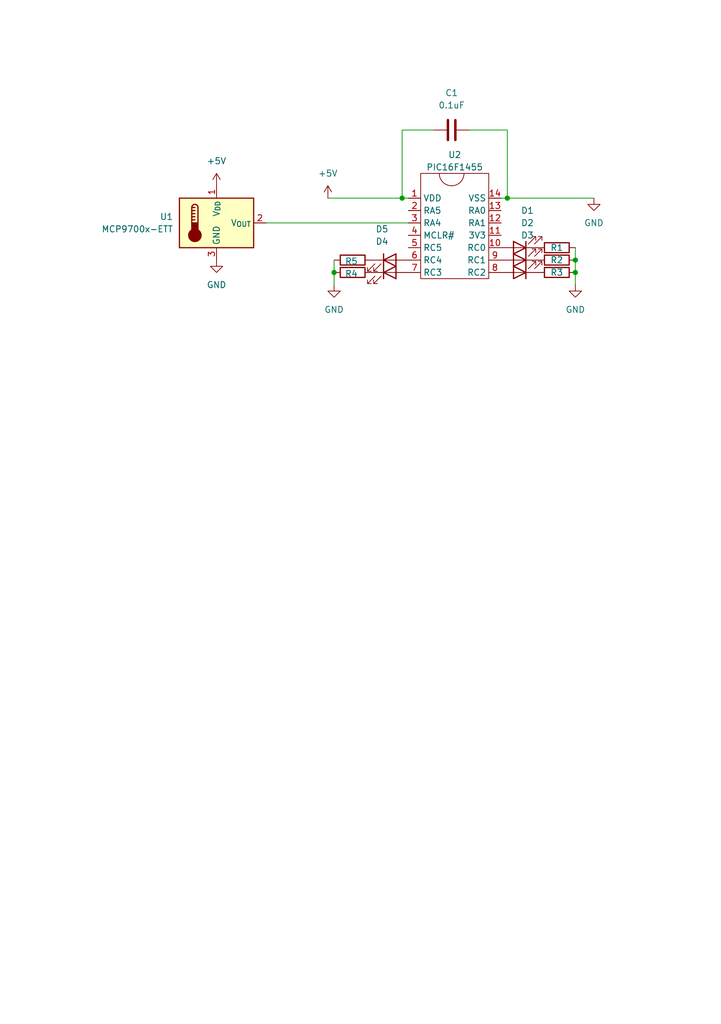
<source format=kicad_sch>
(kicad_sch (version 20231120) (generator "eeschema") (generator_version "8.0")
  (paper "A5" portrait)
  (lib_symbols
    (symbol "0Ore:PIC16F1455"
      (property "Reference" "U" (at 0 0 0))
      (symbol "PIC16F1455_0_1"
        (rectangle (start -7.62 22.86) (end 6.35 1.27))
        (arc (start -3.81 22.86) (mid -3.0661 21.0639) (end -1.27 20.32))
        (arc (start -1.27 20.32) (mid 0.5261 21.0639) (end 1.27 22.86))
      )
      (symbol "PIC16F1455_1_1"
        (pin output line (at -10.16 17.78 0) (length 2.54) (name "VDD") (number "1"))
        (pin bidirectional line (at 8.89 7.62 180) (length 2.54) (name "RC0") (number "10"))
        (pin output line (at 8.89 10.16 180) (length 2.54) (name "3V3") (number "11"))
        (pin bidirectional line (at 8.89 12.7 180) (length 2.54) (name "RA1") (number "12"))
        (pin bidirectional line (at 8.89 15.24 180) (length 2.54) (name "RA0") (number "13"))
        (pin output line (at 8.89 17.78 180) (length 2.54) (name "VSS") (number "14"))
        (pin bidirectional line (at -10.16 15.24 0) (length 2.54) (name "RA5") (number "2"))
        (pin bidirectional line (at -10.16 12.7 0) (length 2.54) (name "RA4") (number "3"))
        (pin input line (at -10.16 10.16 0) (length 2.54) (name "MCLR#") (number "4"))
        (pin bidirectional line (at -10.16 7.62 0) (length 2.54) (name "RC5") (number "5"))
        (pin bidirectional line (at -10.16 5.08 0) (length 2.54) (name "RC4") (number "6"))
        (pin bidirectional line (at -10.16 2.54 0) (length 2.54) (name "RC3") (number "7"))
        (pin bidirectional line (at 8.89 2.54 180) (length 2.54) (name "RC2") (number "8"))
        (pin bidirectional line (at 8.89 5.08 180) (length 2.54) (name "RC1") (number "9"))
      )
    )
    (symbol "Device:C" (pin_numbers hide) (pin_names (offset 0.254))
      (property "Reference" "C" (at 0.635 2.54 0))
      (property "Value" "C" (at 0.635 -2.54 0))
      (symbol "C_0_1"
        (polyline (pts (xy -2.032 -0.762) (xy 2.032 -0.762)) (stroke (width 0.508)))
        (polyline (pts (xy -2.032 0.762) (xy 2.032 0.762)) (stroke (width 0.508)))
      )
      (symbol "C_1_1"
        (pin passive line (at 0 3.81 270) (length 2.794) (name "~") (number "1"))
        (pin passive line (at 0 -3.81 90) (length 2.794) (name "~") (number "2"))
      )
    )
    (symbol "Device:LED" (pin_numbers hide) (pin_names (offset 1.016) hide)
      (property "Reference" "D" (at 0 2.54 0))
      (property "Value" "LED" (at 0 -2.54 0))
      (symbol "LED_0_1"
        (polyline (pts (xy -1.27 -1.27) (xy -1.27 1.27)) (stroke (width 0.254)))
        (polyline (pts (xy -1.27 0) (xy 1.27 0)))
        (polyline (pts (xy 1.27 -1.27) (xy 1.27 1.27) (xy -1.27 0) (xy 1.27 -1.27)) (stroke (width 0.254)))
        (polyline (pts (xy -3.048 -0.762) (xy -4.572 -2.286) (xy -3.81 -2.286) (xy -4.572 -2.286) (xy -4.572 -1.524)))
        (polyline (pts (xy -1.778 -0.762) (xy -3.302 -2.286) (xy -2.54 -2.286) (xy -3.302 -2.286) (xy -3.302 -1.524)))
      )
      (symbol "LED_1_1"
        (pin passive line (at -3.81 0 0) (length 2.54) (name "K") (number "1"))
        (pin passive line (at 3.81 0 180) (length 2.54) (name "A") (number "2"))
      )
    )
    (symbol "Device:R" (pin_numbers hide) (pin_names (offset 0))
      (property "Reference" "R" (at 2.032 0 90))
      (property "Value" "R" (at 0 0 90))
      (symbol "R_0_1"
        (rectangle (start -1.016 -2.54) (end 1.016 2.54) (stroke (width 0.254)))
      )
      (symbol "R_1_1"
        (pin passive line (at 0 3.81 270) (length 1.27) (name "~") (number "1"))
        (pin passive line (at 0 -3.81 90) (length 1.27) (name "~") (number "2"))
      )
    )
    (symbol "Sensor_Temperature:MCP9700x-ETT"
      (property "Reference" "U" (at -6.35 6.35 0))
      (property "Value" "MCP9700x-ETT" (at 1.27 6.35 0))
      (symbol "MCP9700x-ETT_0_1"
        (rectangle (start -7.62 5.08) (end 7.62 -5.08) (stroke (width 0.254)) (fill (type background)))
        (circle (center -4.445 -2.54) (radius 1.27) (stroke (width 0.254)) (fill (type outline)))
        (rectangle (start -3.81 -1.905) (end -5.08 0) (stroke (width 0.254)) (fill (type outline)))
        (arc (start -3.81 3.175) (mid -4.445 3.8073) (end -5.08 3.175) (stroke (width 0.254)))
        (polyline (pts (xy -5.08 0.635) (xy -4.445 0.635)) (stroke (width 0.254)))
        (polyline (pts (xy -5.08 1.27) (xy -4.445 1.27)) (stroke (width 0.254)))
        (polyline (pts (xy -5.08 1.905) (xy -4.445 1.905)) (stroke (width 0.254)))
        (polyline (pts (xy -5.08 2.54) (xy -4.445 2.54)) (stroke (width 0.254)))
        (polyline (pts (xy -5.08 3.175) (xy -5.08 0)) (stroke (width 0.254)))
        (polyline (pts (xy -5.08 3.175) (xy -4.445 3.175)) (stroke (width 0.254)))
        (polyline (pts (xy -3.81 3.175) (xy -3.81 0)) (stroke (width 0.254)))
      )
      (symbol "MCP9700x-ETT_1_1"
        (pin power_in line (at 0 7.62 270) (length 2.54) (name "V_{DD}") (number "1"))
        (pin output line (at 10.16 0 180) (length 2.54) (name "V_{OUT}") (number "2"))
        (pin power_in line (at 0 -7.62 90) (length 2.54) (name "GND") (number "3"))
      )
    )
    (symbol "power:+5V" (power) (pin_numbers hide) (pin_names (offset 0) hide)
      (property "Value" "+5V" (at 0 3.556 0))
      (symbol "+5V_0_1"
        (polyline (pts (xy -0.762 1.27) (xy 0 2.54)))
        (polyline (pts (xy 0 0) (xy 0 2.54)))
        (polyline (pts (xy 0 2.54) (xy 0.762 1.27)))
      )
      (symbol "+5V_1_1"
        (pin power_in line (at 0 0 90) (length 0) (name "~") (number "1"))
      )
    )
    (symbol "power:GND" (power) (pin_numbers hide) (pin_names (offset 0) hide)
      (property "Value" "GND" (at 0 -3.81 0))
      (symbol "GND_0_1"
        (polyline (pts (xy 0 0) (xy 0 -1.27) (xy 1.27 -1.27) (xy 0 -2.54) (xy -1.27 -1.27) (xy 0 -1.27)))
      )
      (symbol "GND_1_1"
        (pin power_in line (at 0 0 270) (length 0) (name "~") (number "1"))
      )
    )
  )
  (junction (at 82.55 40.64))
  (junction (at 104.14 40.64))
  (junction (at 118.11 53.34))
  (junction (at 118.11 55.88))
  (junction (at 68.58 55.88))
  (wire (pts (xy 96.52 26.67) (xy 104.14 26.67)))
  (wire (pts (xy 102.87 40.64) (xy 104.14 40.64)))
  (wire (pts (xy 104.14 26.67) (xy 104.14 40.64)))
  (wire (pts (xy 88.9 26.67) (xy 82.55 26.67)))
  (wire (pts (xy 104.14 40.64) (xy 121.92 40.64)))
  (wire (pts (xy 118.11 55.88) (xy 118.11 58.42)))
  (wire (pts (xy 54.61 45.72) (xy 83.82 45.72)))
  (wire (pts (xy 68.58 55.88) (xy 68.58 58.42)))
  (wire (pts (xy 118.11 50.8) (xy 118.11 53.34)))
  (wire (pts (xy 68.58 53.34) (xy 68.58 55.88)))
  (wire (pts (xy 82.55 40.64) (xy 83.82 40.64)))
  (wire (pts (xy 82.55 26.67) (xy 82.55 40.64)))
  (wire (pts (xy 67.31 40.64) (xy 82.55 40.64)))
  (wire (pts (xy 118.11 53.34) (xy 118.11 55.88)))
  (symbol (lib_id "Device:LED") (at 106.68 50.8 180) (unit 1)
    (property "Reference" "D1" (at 108.2675 43.18 0))
    (property "Value" "LED" (effects (hide yes)))
    (property "Description" "Light emitting diode" (effects (hide yes)))
  )
  (symbol (lib_id "Device:LED") (at 106.68 53.34 180) (unit 1)
    (property "Reference" "D2" (at 108.2675 45.72 0))
    (property "Value" "LED" (effects (hide yes)))
    (property "Description" "Light emitting diode" (effects (hide yes)))
  )
  (symbol (lib_id "Device:R") (at 114.3 50.8 90) (unit 1)
    (property "Reference" "R1" (at 114.3 50.8 90))
    (property "Value" "R" (effects (hide yes)))
    (property "Description" "Resistor" (effects (hide yes)))
  )
  (symbol (lib_id "Sensor_Temperature:MCP9700x-ETT") (at 44.45 45.72 0) (unit 1)
    (property "Reference" "U1" (at 35.56 44.4499 0) (effects (justify right)))
    (property "Value" "MCP9700x-ETT" (at 35.56 46.9899 0) (effects (justify right)))
    (property "Footprint" "Package_TO_SOT_SMD:SOT-23" (effects (hide yes)))
    (property "Datasheet" "http://ww1.microchip.com/downloads/en/devicedoc/20001942g.pdf" (effects (hide yes)))
    (property "Description" "Low power, analog thermistor temperature sensor, ±4C accuracy, -40C to +125C, in SOT-23-3" (effects (hide yes)))
  )
  (symbol (lib_id "power:GND") (at 68.58 58.42 0) (unit 1)
    (property "Reference" "#PWR03" (effects (hide yes)))
    (property "Value" "GND" (at 68.58 63.5 0))
    (property "Description" "Power symbol creates a global label with name \"GND\" , ground" (effects (hide yes)))
  )
  (symbol (lib_id "Device:R") (at 114.3 55.88 90) (unit 1)
    (property "Reference" "R3" (at 114.3 55.88 90))
    (property "Value" "R" (effects (hide yes)))
    (property "Description" "Resistor" (effects (hide yes)))
  )
  (symbol (lib_id "Device:LED") (at 80.01 55.88 0) (unit 1)
    (property "Reference" "D4" (at 78.4225 49.53 0))
    (property "Value" "LED" (effects (hide yes)))
    (property "Description" "Light emitting diode" (effects (hide yes)))
  )
  (symbol (lib_id "power:GND") (at 44.45 53.34 0) (unit 1)
    (property "Reference" "#PWR06" (effects (hide yes)))
    (property "Value" "GND" (at 44.45 58.42 0))
    (property "Description" "Power symbol creates a global label with name \"GND\" , ground" (effects (hide yes)))
  )
  (symbol (lib_id "Device:C") (at 92.71 26.67 90) (unit 1)
    (property "Reference" "C1" (at 92.71 19.05 90))
    (property "Value" "0.1uF" (at 92.71 21.59 90))
    (property "Description" "Unpolarized capacitor" (effects (hide yes)))
  )
  (symbol (lib_id "Device:LED") (at 80.01 53.34 0) (unit 1)
    (property "Reference" "D5" (at 78.4225 46.99 0))
    (property "Value" "LED" (effects (hide yes)))
    (property "Description" "Light emitting diode" (effects (hide yes)))
  )
  (symbol (lib_id "0Ore:PIC16F1455") (at 93.98 58.42 0) (unit 1)
    (property "Reference" "U2" (at 93.345 31.75 0))
    (property "Value" "PIC16F1455" (at 93.345 34.29 0))
  )
  (symbol (lib_id "power:GND") (at 121.92 40.64 0) (unit 1)
    (property "Reference" "#PWR04" (effects (hide yes)))
    (property "Value" "GND" (at 121.92 45.72 0))
    (property "Description" "Power symbol creates a global label with name \"GND\" , ground" (effects (hide yes)))
  )
  (symbol (lib_id "Device:R") (at 114.3 53.34 90) (unit 1)
    (property "Reference" "R2" (at 114.3 53.34 90))
    (property "Value" "R" (effects (hide yes)))
    (property "Description" "Resistor" (effects (hide yes)))
  )
  (symbol (lib_id "power:+5V") (at 67.31 40.64 0) (unit 1)
    (property "Reference" "#PWR05" (effects (hide yes)))
    (property "Value" "+5V" (at 67.31 35.56 0))
    (property "Description" "Power symbol creates a global label with name \"+5V\"" (effects (hide yes)))
  )
  (symbol (lib_id "power:GND") (at 118.11 58.42 0) (unit 1)
    (property "Reference" "#PWR02" (effects (hide yes)))
    (property "Value" "GND" (at 118.11 63.5 0))
    (property "Description" "Power symbol creates a global label with name \"GND\" , ground" (effects (hide yes)))
  )
  (symbol (lib_id "Device:R") (at 72.39 55.88 90) (unit 1)
    (property "Reference" "R4" (at 72.136 56.134 90))
    (property "Value" "R" (effects (hide yes)))
    (property "Description" "Resistor" (effects (hide yes)))
  )
  (symbol (lib_id "power:+5V") (at 44.45 38.1 0) (unit 1)
    (property "Reference" "#PWR01" (effects (hide yes)))
    (property "Value" "+5V" (at 44.45 33.02 0))
    (property "Description" "Power symbol creates a global label with name \"+5V\"" (effects (hide yes)))
  )
  (symbol (lib_id "Device:LED") (at 106.68 55.88 180) (unit 1)
    (property "Reference" "D3" (at 108.2675 48.26 0))
    (property "Value" "LED" (effects (hide yes)))
    (property "Description" "Light emitting diode" (effects (hide yes)))
  )
  (symbol (lib_id "Device:R") (at 72.39 53.34 90) (unit 1)
    (property "Reference" "R5" (at 72.136 53.594 90))
    (property "Value" "R" (effects (hide yes)))
    (property "Description" "Resistor" (effects (hide yes)))
  )
)
</source>
